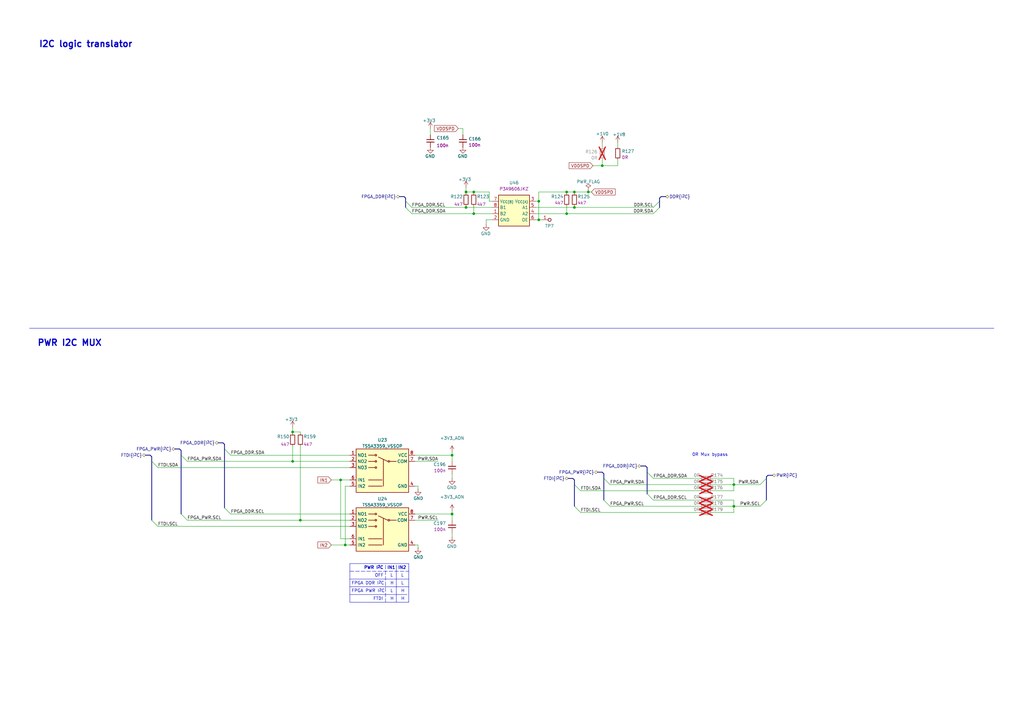
<source format=kicad_sch>
(kicad_sch (version 20230121) (generator eeschema)
  (paper "A3")
  (title_block (title "RDIMM DDR5 Tester") (date "2024-09-26") (rev "2.0.0") (comment 1 "www.antmicro.com") (comment 2 "Antmicro Ltd"))
  (junction (at 215.9 -38.1))
  (junction (at 194.31 78.74))
  (junction (at 129.54 -45.72))
  (junction (at 141.605 223.52))
  (junction (at 226.06 -45.72))
  (junction (at 220.98 82.55))
  (junction (at 226.06 -26.67))
  (junction (at 201.295 -45.72))
  (junction (at 163.83 -38.1))
  (junction (at 120.015 177.165))
  (junction (at 120.015 189.23))
  (junction (at 235.585 85.09))
  (junction (at 123.19 213.36))
  (junction (at 139.7 196.85))
  (junction (at 300.99 198.755))
  (junction (at 261.62 -21.59))
  (junction (at 185.42 186.69))
  (junction (at 191.135 85.09))
  (junction (at 189.23 -30.48))
  (junction (at 185.42 210.82))
  (junction (at 232.41 78.74))
  (junction (at 129.54 -26.67))
  (junction (at 241.3 78.74))
  (junction (at 137.16 -45.72))
  (junction (at 120.65 -38.1))
  (junction (at 300.99 207.645))
  (junction (at 233.68 -45.72))
  (junction (at 259.08 -40.64))
  (junction (at 191.135 78.74))
  (junction (at 220.98 90.17))
  (junction (at 233.68 -24.13))
  (junction (at 194.31 87.63))
  (junction (at 232.41 87.63))
  (junction (at 247.015 67.945))
  (junction (at 193.04 -45.72))
  (junction (at 193.04 -38.1))
  (junction (at 235.585 78.74))
  (junction (at 137.16 -24.13))
  (bus_entry (at 238.125 210.185) (size -2.54 -2.54))
  (bus_entry (at 64.77 215.9) (size -2.54 -2.54))
  (bus_entry (at 94.615 210.82) (size -2.54 -2.54))
  (bus_entry (at 168.91 85.09) (size -2.54 -2.54))
  (bus_entry (at 64.77 191.77) (size -2.54 -2.54))
  (bus_entry (at 267.97 85.09) (size 2.54 -2.54))
  (bus_entry (at 94.615 186.69) (size -2.54 -2.54))
  (bus_entry (at 311.785 198.755) (size 2.54 -2.54))
  (bus_entry (at 238.125 201.295) (size -2.54 -2.54))
  (bus_entry (at 168.91 87.63) (size -2.54 -2.54))
  (bus_entry (at 311.785 207.645) (size 2.54 -2.54))
  (bus_entry (at 76.835 189.23) (size -2.54 -2.54))
  (bus_entry (at 267.97 205.105) (size -2.54 -2.54))
  (bus_entry (at 95.25 -26.67) (size -2.54 -2.54))
  (bus_entry (at 95.25 -24.13) (size -2.54 -2.54))
  (bus_entry (at 267.97 87.63) (size 2.54 -2.54))
  (bus_entry (at 76.835 213.36) (size -2.54 -2.54))
  (bus_entry (at 250.19 207.645) (size -2.54 -2.54))
  (bus_entry (at 267.97 196.215) (size -2.54 -2.54))
  (bus_entry (at 250.19 198.755) (size -2.54 -2.54))
  (wire (pts (xy 185.42 186.69) (xy 170.18 186.69)))
  (wire (pts (xy 259.08 -29.21) (xy 262.89 -29.21)))
  (wire (pts (xy 120.015 189.23) (xy 143.51 189.23)))
  (wire (pts (xy 201.93 85.09) (xy 191.135 85.09)))
  (wire (pts (xy 137.16 -24.13) (xy 170.18 -24.13)))
  (wire (pts (xy 200.66 82.55) (xy 201.93 82.55)))
  (bus (pts (xy 61.595 186.69) (xy 62.23 187.325)))
  (wire (pts (xy 226.06 -36.83) (xy 226.06 -45.72)))
  (wire (pts (xy 220.98 82.55) (xy 220.98 90.17)))
  (wire (pts (xy 250.19 198.755) (xy 287.02 198.755)))
  (wire (pts (xy 129.54 -45.72) (xy 137.16 -45.72)))
  (bus (pts (xy 314.325 195.58) (xy 314.325 196.215)))
  (bus (pts (xy 235.585 198.755) (xy 235.585 207.645)))
  (wire (pts (xy 185.42 186.69) (xy 185.42 189.23)))
  (wire (pts (xy 199.39 90.17) (xy 201.93 90.17)))
  (wire (pts (xy 189.23 -30.48) (xy 187.96 -30.48)))
  (wire (pts (xy 300.99 207.645) (xy 300.99 210.185)))
  (wire (pts (xy 292.1 207.645) (xy 300.99 207.645)))
  (wire (pts (xy 226.06 -31.75) (xy 226.06 -26.67)))
  (bus (pts (xy 71.755 184.15) (xy 73.66 184.15)))
  (wire (pts (xy 139.7 220.98) (xy 143.51 220.98)))
  (polyline (pts (xy 143.51 234.315) (xy 167.64 234.315)) (stroke (width 0) (type dash)))
  (wire (pts (xy 94.615 210.82) (xy 143.51 210.82)))
  (wire (pts (xy 235.585 79.375) (xy 235.585 78.74)))
  (wire (pts (xy 267.97 205.105) (xy 287.02 205.105)))
  (wire (pts (xy 218.44 -45.72) (xy 226.06 -45.72)))
  (wire (pts (xy 187.96 -26.67) (xy 226.06 -26.67)))
  (polyline (pts (xy 12.065 134.62) (xy 407.67 134.62)))
  (bus (pts (xy 92.71 -30.48) (xy 92.71 -29.21)))
  (bus (pts (xy 273.05 80.645) (xy 271.145 80.645)))
  (polyline (pts (xy 143.51 231.14) (xy 167.64 231.14)))
  (wire (pts (xy 107.95 -45.72) (xy 113.03 -45.72)))
  (wire (pts (xy 250.19 207.645) (xy 287.02 207.645)))
  (wire (pts (xy 200.66 78.74) (xy 194.31 78.74)))
  (bus (pts (xy 92.075 184.15) (xy 92.075 208.28)))
  (wire (pts (xy 247.015 67.945) (xy 247.015 65.405)))
  (wire (pts (xy 235.585 85.09) (xy 267.97 85.09)))
  (bus (pts (xy 234.95 196.215) (xy 235.585 196.85)))
  (wire (pts (xy 163.83 -38.1) (xy 167.64 -38.1)))
  (wire (pts (xy 170.18 213.36) (xy 179.705 213.36)))
  (bus (pts (xy 62.23 187.325) (xy 62.23 189.23)))
  (wire (pts (xy 233.68 -45.72) (xy 226.06 -45.72)))
  (wire (pts (xy 220.98 78.74) (xy 232.41 78.74)))
  (wire (pts (xy 120.65 -36.83) (xy 120.65 -38.1)))
  (bus (pts (xy 247.015 193.675) (xy 247.65 194.31)))
  (wire (pts (xy 137.16 -36.83) (xy 137.16 -45.72)))
  (wire (pts (xy 187.96 -24.13) (xy 233.68 -24.13)))
  (wire (pts (xy 300.99 196.215) (xy 292.1 196.215)))
  (wire (pts (xy 176.53 52.705) (xy 176.53 55.245)))
  (bus (pts (xy 74.295 184.785) (xy 74.295 186.69)))
  (wire (pts (xy 300.99 198.755) (xy 300.99 196.215)))
  (wire (pts (xy 123.19 177.165) (xy 123.19 177.8)))
  (wire (pts (xy 170.18 199.39) (xy 171.45 199.39)))
  (wire (pts (xy 242.57 -45.72) (xy 242.57 -44.45)))
  (bus (pts (xy 74.295 186.69) (xy 74.295 210.82)))
  (wire (pts (xy 199.39 90.17) (xy 199.39 92.075)))
  (wire (pts (xy 191.135 85.09) (xy 191.135 84.455)))
  (wire (pts (xy 120.015 177.165) (xy 123.19 177.165)))
  (wire (pts (xy 253.365 58.42) (xy 253.365 60.325)))
  (wire (pts (xy 300.99 198.755) (xy 311.785 198.755)))
  (wire (pts (xy 146.05 -45.72) (xy 146.05 -44.45)))
  (bus (pts (xy 91.44 181.61) (xy 92.075 182.245)))
  (bus (pts (xy 247.65 196.215) (xy 247.65 205.105)))
  (wire (pts (xy 193.04 -53.975) (xy 193.04 -52.07)))
  (wire (pts (xy 201.295 -46.99) (xy 201.295 -45.72)))
  (wire (pts (xy 137.16 -45.72) (xy 146.05 -45.72)))
  (wire (pts (xy 120.015 177.8) (xy 120.015 177.165)))
  (wire (pts (xy 187.96 -20.32) (xy 189.23 -20.32)))
  (wire (pts (xy 232.41 84.455) (xy 232.41 87.63)))
  (wire (pts (xy 95.25 -24.13) (xy 137.16 -24.13)))
  (wire (pts (xy 76.835 213.36) (xy 123.19 213.36)))
  (wire (pts (xy 194.31 87.63) (xy 194.31 84.455)))
  (wire (pts (xy 241.3 78.105) (xy 241.3 78.74)))
  (wire (pts (xy 193.04 -46.99) (xy 193.04 -45.72)))
  (wire (pts (xy 167.64 -38.1) (xy 167.64 -30.48)))
  (polyline (pts (xy 167.64 247.015) (xy 143.51 247.015)))
  (wire (pts (xy 238.125 201.295) (xy 287.02 201.295)))
  (wire (pts (xy 185.42 210.82) (xy 170.18 210.82)))
  (wire (pts (xy 167.64 -20.32) (xy 167.64 -19.05)))
  (wire (pts (xy 247.015 67.945) (xy 253.365 67.945)))
  (bus (pts (xy 92.075 182.245) (xy 92.075 184.15)))
  (wire (pts (xy 95.25 -26.67) (xy 129.54 -26.67)))
  (wire (pts (xy 189.23 -20.32) (xy 189.23 -30.48)))
  (wire (pts (xy 139.7 196.85) (xy 139.7 220.98)))
  (wire (pts (xy 168.91 85.09) (xy 191.135 85.09)))
  (bus (pts (xy 235.585 196.85) (xy 235.585 198.755)))
  (wire (pts (xy 219.71 85.09) (xy 235.585 85.09)))
  (wire (pts (xy 232.41 79.375) (xy 232.41 78.74)))
  (bus (pts (xy 316.865 194.945) (xy 314.96 194.945)))
  (bus (pts (xy 265.43 193.675) (xy 265.43 202.565)))
  (wire (pts (xy 262.89 -21.59) (xy 261.62 -21.59)))
  (wire (pts (xy 194.31 87.63) (xy 201.93 87.63)))
  (bus (pts (xy 270.51 81.28) (xy 270.51 82.55)))
  (wire (pts (xy 171.45 223.52) (xy 171.45 224.79)))
  (wire (pts (xy 189.23 -30.48) (xy 189.23 -38.1)))
  (bus (pts (xy 90.17 -30.48) (xy 92.71 -30.48)))
  (wire (pts (xy 189.865 52.705) (xy 189.865 55.245)))
  (wire (pts (xy 193.04 -39.37) (xy 193.04 -38.1)))
  (wire (pts (xy 262.89 -31.75) (xy 261.62 -31.75)))
  (wire (pts (xy 226.06 -26.67) (xy 262.89 -26.67)))
  (bus (pts (xy 92.71 -29.21) (xy 92.71 -26.67)))
  (wire (pts (xy 215.9 -36.83) (xy 215.9 -38.1)))
  (wire (pts (xy 167.64 -20.32) (xy 170.18 -20.32)))
  (bus (pts (xy 62.23 189.23) (xy 62.23 213.36)))
  (wire (pts (xy 215.9 -38.1) (xy 215.9 -39.37)))
  (wire (pts (xy 123.19 182.88) (xy 123.19 213.36)))
  (bus (pts (xy 314.96 194.945) (xy 314.325 195.58)))
  (wire (pts (xy 120.015 175.26) (xy 120.015 177.165)))
  (wire (pts (xy 214.63 -38.1) (xy 215.9 -38.1)))
  (wire (pts (xy 201.295 -53.975) (xy 201.295 -52.07)))
  (wire (pts (xy 170.18 223.52) (xy 171.45 223.52)))
  (wire (pts (xy 219.71 82.55) (xy 220.98 82.55)))
  (polyline (pts (xy 162.56 231.775) (xy 162.56 247.015)))
  (wire (pts (xy 300.99 207.645) (xy 311.785 207.645)))
  (bus (pts (xy 89.535 181.61) (xy 91.44 181.61)))
  (wire (pts (xy 233.68 -31.75) (xy 233.68 -24.13)))
  (wire (pts (xy 76.835 189.23) (xy 120.015 189.23)))
  (wire (pts (xy 185.42 185.42) (xy 185.42 186.69)))
  (polyline (pts (xy 143.51 231.14) (xy 143.51 247.015)))
  (wire (pts (xy 300.99 201.295) (xy 292.1 201.295)))
  (wire (pts (xy 129.54 -31.75) (xy 129.54 -26.67)))
  (wire (pts (xy 261.62 -31.75) (xy 261.62 -21.59)))
  (wire (pts (xy 123.19 -45.72) (xy 129.54 -45.72)))
  (bus (pts (xy 270.51 82.55) (xy 270.51 85.09)))
  (wire (pts (xy 191.135 78.74) (xy 194.31 78.74)))
  (wire (pts (xy 201.295 -45.72) (xy 208.28 -45.72)))
  (polyline (pts (xy 167.64 231.14) (xy 167.64 247.015)))
  (wire (pts (xy 255.27 -40.64) (xy 259.08 -40.64)))
  (bus (pts (xy 166.37 81.28) (xy 166.37 82.55)))
  (wire (pts (xy 255.27 -39.37) (xy 255.27 -40.64)))
  (bus (pts (xy 165.735 80.645) (xy 166.37 81.28)))
  (wire (pts (xy 137.16 -31.75) (xy 137.16 -24.13)))
  (bus (pts (xy 59.69 186.69) (xy 61.595 186.69)))
  (wire (pts (xy 168.91 87.63) (xy 194.31 87.63)))
  (wire (pts (xy 232.41 87.63) (xy 267.97 87.63)))
  (wire (pts (xy 267.97 196.215) (xy 287.02 196.215)))
  (wire (pts (xy 193.04 -45.72) (xy 201.295 -45.72)))
  (wire (pts (xy 191.135 76.835) (xy 191.135 78.74)))
  (wire (pts (xy 233.68 -45.72) (xy 242.57 -45.72)))
  (bus (pts (xy 245.11 193.675) (xy 247.015 193.675)))
  (wire (pts (xy 185.42 209.55) (xy 185.42 210.82)))
  (bus (pts (xy 233.045 196.215) (xy 234.95 196.215)))
  (wire (pts (xy 194.31 78.74) (xy 194.31 79.375)))
  (wire (pts (xy 193.04 -38.1) (xy 193.04 -36.83)))
  (polyline (pts (xy 143.51 240.665) (xy 167.64 240.665)))
  (wire (pts (xy 238.125 210.185) (xy 287.02 210.185)))
  (wire (pts (xy 232.41 78.74) (xy 235.585 78.74)))
  (wire (pts (xy 185.42 210.82) (xy 185.42 213.36)))
  (wire (pts (xy 143.51 199.39) (xy 141.605 199.39)))
  (wire (pts (xy 185.42 218.44) (xy 185.42 220.345)))
  (wire (pts (xy 187.96 52.705) (xy 189.865 52.705)))
  (wire (pts (xy 129.54 -26.67) (xy 170.18 -26.67)))
  (wire (pts (xy 179.705 189.23) (xy 170.18 189.23)))
  (wire (pts (xy 185.42 194.31) (xy 185.42 196.215)))
  (wire (pts (xy 193.04 -45.72) (xy 193.04 -44.45)))
  (wire (pts (xy 259.08 -41.91) (xy 259.08 -40.64)))
  (wire (pts (xy 141.605 199.39) (xy 141.605 223.52)))
  (bus (pts (xy 247.65 194.31) (xy 247.65 196.215)))
  (wire (pts (xy 300.99 210.185) (xy 292.1 210.185)))
  (wire (pts (xy 167.64 -30.48) (xy 170.18 -30.48)))
  (wire (pts (xy 163.83 -39.37) (xy 163.83 -38.1)))
  (wire (pts (xy 94.615 186.69) (xy 143.51 186.69)))
  (wire (pts (xy 120.65 -38.1) (xy 120.65 -39.37)))
  (wire (pts (xy 191.135 79.375) (xy 191.135 78.74)))
  (wire (pts (xy 171.45 199.39) (xy 171.45 200.66)))
  (wire (pts (xy 135.89 223.52) (xy 141.605 223.52)))
  (wire (pts (xy 222.25 90.17) (xy 220.98 90.17)))
  (wire (pts (xy 259.08 -40.64) (xy 259.08 -29.21)))
  (wire (pts (xy 233.68 -36.83) (xy 233.68 -45.72)))
  (bus (pts (xy 265.43 191.77) (xy 265.43 193.675)))
  (wire (pts (xy 241.3 78.74) (xy 242.57 78.74)))
  (bus (pts (xy 73.66 184.15) (xy 74.295 184.785)))
  (wire (pts (xy 123.19 213.36) (xy 143.51 213.36)))
  (wire (pts (xy 261.62 -21.59) (xy 261.62 -20.32)))
  (wire (pts (xy 129.54 -36.83) (xy 129.54 -45.72)))
  (bus (pts (xy 166.37 82.55) (xy 166.37 85.09)))
  (wire (pts (xy 292.1 198.755) (xy 300.99 198.755)))
  (wire (pts (xy 219.71 87.63) (xy 232.41 87.63)))
  (wire (pts (xy 107.95 -49.53) (xy 107.95 -45.72)))
  (wire (pts (xy 141.605 223.52) (xy 143.51 223.52)))
  (wire (pts (xy 64.77 191.77) (xy 143.51 191.77)))
  (wire (pts (xy 200.66 78.74) (xy 200.66 82.55)))
  (polyline (pts (xy 158.115 231.775) (xy 158.115 247.015)) (stroke (width 0) (type dash)))
  (bus (pts (xy 271.145 80.645) (xy 270.51 81.28)))
  (wire (pts (xy 189.23 -38.1) (xy 193.04 -38.1)))
  (wire (pts (xy 120.015 182.88) (xy 120.015 189.23)))
  (bus (pts (xy 314.325 196.215) (xy 314.325 205.105)))
  (wire (pts (xy 247.015 58.42) (xy 247.015 60.325)))
  (wire (pts (xy 220.98 82.55) (xy 220.98 78.74)))
  (wire (pts (xy 300.99 198.755) (xy 300.99 201.295)))
  (wire (pts (xy 300.99 205.105) (xy 292.1 205.105)))
  (wire (pts (xy 300.99 205.105) (xy 300.99 207.645)))
  (polyline (pts (xy 143.51 237.49) (xy 167.64 237.49)))
  (wire (pts (xy 235.585 84.455) (xy 235.585 85.09)))
  (polyline (pts (xy 143.51 243.84) (xy 167.005 243.84)))
  (wire (pts (xy 253.365 67.945) (xy 253.365 65.405)))
  (wire (pts (xy 243.205 67.945) (xy 247.015 67.945)))
  (wire (pts (xy 163.83 -38.1) (xy 163.83 -36.83)))
  (wire (pts (xy 220.98 90.17) (xy 219.71 90.17)))
  (wire (pts (xy 235.585 78.74) (xy 241.3 78.74)))
  (bus (pts (xy 262.89 191.135) (xy 264.795 191.135)))
  (wire (pts (xy 64.77 215.9) (xy 143.51 215.9)))
  (wire (pts (xy 233.68 -24.13) (xy 262.89 -24.13)))
  (bus (pts (xy 264.795 191.135) (xy 265.43 191.77)))
  (bus (pts (xy 163.83 80.645) (xy 165.735 80.645)))
  (wire (pts (xy 115.57 -38.1) (xy 120.65 -38.1)))
  (wire (pts (xy 135.89 196.85) (xy 139.7 196.85)))
  (wire (pts (xy 143.51 196.85) (xy 139.7 196.85)))
  (text "L" (at 164.465 240.03 0) (effects (font (size 1.27 1.27)) (justify left bottom)))
  (text "PWR I2C MUX" (at 15.24 142.24 0) (effects (font (size 2.54 2.54) (thickness 0.4978) bold) (justify left bottom)))
  (text "L" (at 160.02 243.205 0) (effects (font (size 1.27 1.27)) (justify left bottom)))
  (text "FTDI" (at 153.035 246.38 0) (effects (font (size 1.27 1.27)) (justify left bottom)))
  (text "H" (at 164.465 243.205 0) (effects (font (size 1.27 1.27)) (justify left bottom)))
  (text "H" (at 160.02 246.38 0) (effects (font (size 1.27 1.27)) (justify left bottom)))
  (text "OFF" (at 153.67 236.855 0) (effects (font (size 1.27 1.27)) (justify left bottom)))
  (text "PWR I^{2}C" (at 149.225 233.68 0) (effects (font (size 1.27 1.27) (thickness 0.254) bold) (justify left bottom)))
  (text "I2C logic translator" (at 15.875 19.685 0) (effects (font (size 2.54 2.54) (thickness 0.4978) bold) (justify left bottom)))
  (text "H" (at 164.465 246.38 0) (effects (font (size 1.27 1.27)) (justify left bottom)))
  (text "0R Mux bypass" (at 283.845 187.325 0) (effects (font (size 1.27 1.27)) (justify left bottom)))
  (text "H" (at 160.02 240.03 0) (effects (font (size 1.27 1.27)) (justify left bottom)))
  (text "IN2" (at 163.195 233.68 0) (effects (font (size 1.27 1.27) (thickness 0.254) bold) (justify left bottom)))
  (text "L" (at 160.02 236.855 0) (effects (font (size 1.27 1.27)) (justify left bottom)))
  (text "IN1" (at 158.75 233.68 0) (effects (font (size 1.27 1.27) (thickness 0.254) bold) (justify left bottom)))
  (text "L" (at 164.465 236.855 0) (effects (font (size 1.27 1.27)) (justify left bottom)))
  (text "FPGA PWR I^{2}C" (at 144.145 243.205 0) (effects (font (size 1.27 1.27)) (justify left bottom)))
  (text "I3C connector" (at 265.43 -15.24 0) (effects (font (size 1.27 1.27)) (justify left bottom)))
  (text "FPGA DDR I^{2}C" (at 144.145 240.03 0) (effects (font (size 1.27 1.27)) (justify left bottom)))
  (label "FPGA_DDR.SCL" (at 168.91 85.09 0))
  (label "PWR.SCL" (at 179.705 213.36 180))
  (label "FPGA_DDR.SCL" (at 267.97 205.105 0))
  (label "FTDI.SDA" (at 64.77 191.77 0))
  (label "DDR.SDA" (at 267.97 87.63 180))
  (label "I3C_EXT.SDA" (at 255.27 -26.67 180))
  (label "PWR.SDA" (at 179.705 189.23 180))
  (label "PWR.SDA" (at 311.15 198.755 180))
  (label "FPGA_DDR.SDA" (at 267.97 196.215 0))
  (label "FPGA_I3C.SDA" (at 95.25 -26.67 0))
  (label "FTDI.SCL" (at 238.125 210.185 0))
  (label "DDR.SCL" (at 267.97 85.09 180))
  (label "FPGA_DDR.SDA" (at 168.91 87.63 0))
  (label "FPGA_I3C.SCL" (at 95.25 -24.13 0))
  (label "FPGA_PWR.SDA" (at 76.835 189.23 0))
  (label "FTDI.SCL" (at 64.77 215.9 0))
  (label "FPGA_PWR.SCL" (at 250.19 207.645 0))
  (label "FPGA_PWR.SCL" (at 76.835 213.36 0))
  (label "FPGA_PWR.SDA" (at 250.19 198.755 0))
  (label "FTDI.SDA" (at 238.125 201.295 0))
  (label "PWR.SCL" (at 311.785 207.645 180))
  (label "FPGA_DDR.SCL" (at 94.615 210.82 0))
  (label "I3C_EXT.SCL" (at 255.27 -24.13 180))
  (label "FPGA_DDR.SDA" (at 94.615 186.69 0))
  (global_label "IN1" (shape input) (at 135.89 196.85 180) (property "Intersheetrefs" "${INTERSHEET_REFS}" (at 130.421 196.9294 0) (effects (justify right))))
  (global_label "~{I3C_EXT_PU}" (shape input) (at 214.63 -38.1 180) (property "Intersheetrefs" "${INTERSHEET_REFS}" (at 201.3529 -38.1 0) (effects (justify right))))
  (global_label "VDDSPD" (shape input) (at 187.96 52.705 180) (property "Intersheetrefs" "${INTERSHEET_REFS}" (at -47.625 448.31 0)))
  (global_label "VDDSPD" (shape input) (at 242.57 78.74 0) (property "Intersheetrefs" "${INTERSHEET_REFS}" (at -137.795 -149.225 0)))
  (global_label "VDDSPD" (shape input) (at 243.205 67.945 180) (property "Intersheetrefs" "${INTERSHEET_REFS}" (at 623.57 -160.02 0) (effects (justify left))))
  (global_label "IN2" (shape input) (at 135.89 223.52 180) (property "Intersheetrefs" "${INTERSHEET_REFS}" (at 130.421 223.5994 0) (effects (justify right))))
  (global_label "~{FPGA_I3C_EXT_PU}" (shape input) (at 115.57 -38.1 180) (property "Intersheetrefs" "${INTERSHEET_REFS}" (at 96.6081 -38.1 0) (effects (justify right))))
  (hierarchical_label "FPGA_DDR{I^{2}C}" (shape bidirectional) (at 163.83 80.645 180))
  (hierarchical_label "PWR{I^{2}C}" (shape bidirectional) (at 316.865 194.945 0))
  (hierarchical_label "DDR{I^{2}C}" (shape bidirectional) (at 273.05 80.645 0))
  (hierarchical_label "FTDI{I^{2}C}" (shape bidirectional) (at 233.045 196.215 180))
  (hierarchical_label "FPGA_DDR{I^{2}C}" (shape bidirectional) (at 89.535 181.61 180))
  (hierarchical_label "FPGA_PWR{I^{2}C}" (shape bidirectional) (at 71.755 184.15 180))
  (hierarchical_label "FTDI{I^{2}C}" (shape bidirectional) (at 59.69 186.69 180))
  (hierarchical_label "FPGA_DDR{I^{2}C}" (shape bidirectional) (at 262.89 191.135 180))
  (hierarchical_label "FPGA_PWR{I^{2}C}" (shape bidirectional) (at 245.11 193.675 180))
  (hierarchical_label "FPGA_I3C{I^{2}C}" (shape bidirectional) (at 90.17 -30.48 180))
  (symbol (lib_id "antmicroResistors0402:R_4k7_0402") (at 235.585 79.375 270) (unit 1)
    (property "Reference" "R125" (at 236.855 80.645 90) (effects (justify left)))
    (property "Value" "R_4k7_0402" (effects hide))
    (property "Footprint" "antmicro-footprints:R_0402_1005Metric" (effects hide))
    (property "Datasheet" "https://www.bourns.com/docs/product-datasheets/cr.pdf" (effects hide))
    (property "Manufacturer" "Bourns" (effects hide))
    (property "MPN" "CR0402-FX-4701GLF" (effects hide))
    (property "Val" "4k7" (at 236.855 83.185 90) (effects (justify left)))
    (property "License" "Apache-2.0" (effects hide))
    (property "Author" "Antmicro" (effects hide))
    (property "Tolerance" "1%" (effects hide))
  )
  (symbol (lib_id "antmicroTestPoints:TP_1mm_SMD") (at 222.25 90.17 0) (unit 1)
    (property "Reference" "TP7" (at 223.52 92.71 0) (effects (justify left)))
    (property "Value" "TP_1mm_SMD" (effects hide))
    (property "Footprint" "antmicro-footprints:TP_SMD_1mm" (effects hide))
    (property "Author" "Antmicro" (effects hide))
    (property "License" "Apache-2.0" (effects hide))
  )
  (symbol (lib_id "antmicroCapacitors0402:C_100n_0402") (at 189.865 55.245 90) (mirror x) (unit 1)
    (property "Reference" "C166" (at 192.1891 56.9607 90) (effects (justify right)))
    (property "Value" "C_100n_0402" (effects hide))
    (property "Footprint" "antmicro-footprints:C_0402_1005Metric" (effects hide))
    (property "Datasheet" "https://www.murata.com/products/productdetail?partno=GRM155R61H104KE14%23" (effects hide))
    (property "Manufacturer" "Murata" (effects hide))
    (property "MPN" "GRM155R61H104KE14D" (effects hide))
    (property "Val" "100n" (at 192.1891 59.491 90) (effects (justify right)))
    (property "License" "Apache-2.0" (effects hide))
    (property "Author" "Antmicro" (effects hide))
    (property "Voltage" "50V" (effects hide))
    (property "Dielectric" "X5R" (effects hide))
  )
  (symbol (lib_id "antmicroResistors0402:R_4k7_0402") (at 226.06 -31.75 90) (unit 1)
    (property "Reference" "R241" (at 227.33 -35.56 90) (effects (justify right)))
    (property "Value" "R_4k7_0402" (effects hide))
    (property "Footprint" "antmicro-footprints:R_0402_1005Metric" (effects hide))
    (property "Datasheet" "https://www.bourns.com/docs/product-datasheets/cr.pdf" (effects hide))
    (property "MPN" "CR0402-FX-4701GLF" (effects hide))
    (property "Manufacturer" "Bourns" (effects hide))
    (property "License" "Apache-2.0" (effects hide))
    (property "Author" "Antmicro" (effects hide))
    (property "Val" "4k7" (at 227.33 -33.02 90) (effects (justify right)))
    (property "Tolerance" "1%" (effects hide))
  )
  (symbol (lib_id "antmicroResistors0402:R_0R_0402") (at 292.1 207.645 180) (unit 1) (in_bom no) (dnp yes)
    (property "Reference" "R178" (at 291.465 206.375 0) (effects (justify right)))
    (property "Value" "R_0R_0402" (effects hide))
    (property "Footprint" "antmicro-footprints:R_0402_1005Metric" (effects hide))
    (property "Datasheet" "https://industrial.panasonic.com/cdbs/www-data/pdf/RDA0000/AOA0000C301.pdf" (effects hide))
    (property "Manufacturer" "Panasonic" (effects hide))
    (property "MPN" "ERJ2GE0R00X" (effects hide))
    (property "Val" "0R" (at 284.48 206.375 0) (effects (justify right)))
    (property "DNP" "DNP" (at 287.655 207.645 0) (effects (justify right)))
    (property "License" "Apache-2.0" (effects hide))
    (property "Author" "Antmicro" (effects hide))
    (property "Current" "1A" (effects hide))
  )
  (symbol (lib_id "antmicropower:+3V3") (at 201.295 -53.975 0) (unit 1)
    (property "Reference" "#PWR0491" (effects hide))
    (property "Value" "+3V3" (at 201.295 -57.785 0))
    (property "Author" "Antmicro" (effects hide))
    (property "License" "Apache-2.0" (effects hide))
  )
  (symbol (lib_id "antmicroLogicTranslatorsLevelShifters:TCA39306_VSSOP") (at 170.18 -30.48 0) (unit 1)
    (property "Reference" "U49" (at 179.07 -36.83 0))
    (property "Value" "TCA39306_VSSOP" (effects hide))
    (property "Footprint" "antmicro-footprints:VSSOP-8_2.3x2mm_P0.5mm" (effects hide))
    (property "Datasheet" "https://www.ti.com/lit/ds/symlink/tca39306.pdf?ts=1630428611843&ref_url=https%253A%252F%252Fwww.ti.com%252Fproduct%252FTCA39306" (effects hide))
    (property "MPN" "TCA39306DCUR" (at 179.07 -34.29 0))
    (property "Manufacturer" "Texas Instruments" (effects hide))
    (property "Author" "Antmicro" (effects hide))
    (property "License" "Apache-2.0" (effects hide))
  )
  (symbol (lib_id "antmicroResistors0402:R_4k7_0402") (at 120.015 177.8 270) (unit 1)
    (property "Reference" "R150" (at 118.745 179.07 90) (effects (justify right)))
    (property "Value" "R_4k7_0402" (effects hide))
    (property "Footprint" "antmicro-footprints:R_0402_1005Metric" (effects hide))
    (property "Datasheet" "https://www.bourns.com/docs/product-datasheets/cr.pdf" (effects hide))
    (property "Manufacturer" "Bourns" (effects hide))
    (property "MPN" "CR0402-FX-4701GLF" (effects hide))
    (property "Val" "4k7" (at 118.745 182.245 90) (effects (justify right)))
    (property "License" "Apache-2.0" (effects hide))
    (property "Author" "Antmicro" (effects hide))
    (property "Tolerance" "1%" (effects hide))
  )
  (symbol (lib_id "antmicroResistors0402:R_4k7_0402") (at 232.41 79.375 270) (unit 1)
    (property "Reference" "R124" (at 231.14 80.645 90) (effects (justify right)))
    (property "Value" "R_4k7_0402" (effects hide))
    (property "Footprint" "antmicro-footprints:R_0402_1005Metric" (effects hide))
    (property "Datasheet" "https://www.bourns.com/docs/product-datasheets/cr.pdf" (effects hide))
    (property "Manufacturer" "Bourns" (effects hide))
    (property "MPN" "CR0402-FX-4701GLF" (effects hide))
    (property "Val" "4k7" (at 231.14 83.185 90) (effects (justify right)))
    (property "License" "Apache-2.0" (effects hide))
    (property "Author" "Antmicro" (effects hide))
    (property "Tolerance" "1%" (effects hide))
  )
  (symbol (lib_id "antmicroResistors0402:R_0R_0402") (at 292.1 201.295 180) (unit 1) (in_bom no) (dnp yes)
    (property "Reference" "R176" (at 291.465 200.025 0) (effects (justify right)))
    (property "Value" "R_0R_0402" (effects hide))
    (property "Footprint" "antmicro-footprints:R_0402_1005Metric" (effects hide))
    (property "Datasheet" "https://industrial.panasonic.com/cdbs/www-data/pdf/RDA0000/AOA0000C301.pdf" (effects hide))
    (property "Manufacturer" "Panasonic" (effects hide))
    (property "MPN" "ERJ2GE0R00X" (effects hide))
    (property "Val" "0R" (at 284.48 200.025 0) (effects (justify right)))
    (property "DNP" "DNP" (at 287.655 201.295 0) (effects (justify right)))
    (property "License" "Apache-2.0" (effects hide))
    (property "Author" "Antmicro" (effects hide))
    (property "Current" "1A" (effects hide))
  )
  (symbol (lib_id "antmicropower:+3V3_AON") (at 185.42 185.42 0) (mirror y) (unit 1)
    (property "Reference" "#PWR0441" (effects hide))
    (property "Value" "+3V3_AON" (at 185.42 179.705 0))
  )
  (symbol (lib_id "antmicropower:GND") (at 185.42 196.215 0) (mirror y) (unit 1)
    (property "Reference" "#PWR0437" (effects hide))
    (property "Value" "GND" (at 187.325 200.66 0) (effects (justify left bottom)))
    (property "Author" "Antmicro" (effects hide))
    (property "License" "Apache-2.0" (effects hide))
  )
  (symbol (lib_id "antmicroTransistorsFETsMOSFETsSingle:NX3008NBKW") (at 215.9 -39.37 90) (unit 1) (in_bom no)
    (property "Reference" "Q24" (effects hide))
    (property "Value" "NX3008NBKW" (effects hide))
    (property "Footprint" "antmicro-footprints:SOT-323" (effects hide))
    (property "Datasheet" "https://eu.mouser.com/datasheet/2/916/NX3008NBKW-2938019.pdf" (effects hide))
    (property "MPN" "NX3008NBKW,115" (effects hide))
    (property "Manufacturer" "Nexperia" (effects hide))
    (property "Author" "Antmicro" (effects hide))
    (property "License" "Apache-2.0" (effects hide))
  )
  (symbol (lib_id "antmicroCapacitors0402:C_100n_0402") (at 242.57 -39.37 270) (mirror x) (unit 1)
    (property "Reference" "C324" (at 245.11 -43.1864 90) (effects (justify left)))
    (property "Value" "C_100n_0402" (effects hide))
    (property "Footprint" "antmicro-footprints:C_0402_1005Metric" (effects hide))
    (property "Datasheet" "https://www.murata.com/products/productdetail?partno=GRM155R61H104KE14%23" (effects hide))
    (property "MPN" "GRM155R61H104KE14D" (effects hide))
    (property "Manufacturer" "Murata" (effects hide))
    (property "License" "Apache-2.0" (effects hide))
    (property "Author" "Antmicro" (effects hide))
    (property "Val" "100n" (at 245.11 -40.6464 90) (effects (justify left)))
    (property "Voltage" "50V" (effects hide))
    (property "Dielectric" "X5R" (effects hide))
  )
  (symbol (lib_id "antmicroCapacitors0402:C_100n_0402") (at 163.83 -36.83 270) (unit 1)
    (property "Reference" "C320" (at 161.29 -35.5537 90) (effects (justify right)))
    (property "Value" "C_100n_0402" (effects hide))
    (property "Footprint" "antmicro-footprints:C_0402_1005Metric" (effects hide))
    (property "Datasheet" "https://www.murata.com/products/productdetail?partno=GRM155R61H104KE14%23" (effects hide))
    (property "Manufacturer" "Murata" (effects hide))
    (property "MPN" "GRM155R61H104KE14D" (effects hide))
    (property "Val" "100n" (at 161.29 -32.3788 90) (effects (justify right)))
    (property "License" "Apache-2.0" (effects hide))
    (property "Author" "Antmicro" (effects hide))
    (property "Voltage" "50V" (effects hide))
    (property "Dielectric" "X5R" (effects hide))
  )
  (symbol (lib_id "antmicropower:+3V3") (at 120.015 175.26 0) (unit 1)
    (property "Reference" "#PWR0442" (effects hide))
    (property "Value" "+3V3" (at 116.84 172.72 0) (effects (justify left bottom)))
    (property "Author" "Antmicro" (effects hide))
    (property "License" "Apache-2.0" (effects hide))
  )
  (symbol (lib_id "antmicroResistors0402:R_4k7_0402") (at 129.54 -31.75 90) (unit 1)
    (property "Reference" "R97" (at 130.81 -35.56 90) (effects (justify right)))
    (property "Value" "R_4k7_0402" (effects hide))
    (property "Footprint" "antmicro-footprints:R_0402_1005Metric" (effects hide))
    (property "Datasheet" "https://www.bourns.com/docs/product-datasheets/cr.pdf" (effects hide))
    (property "MPN" "CR0402-FX-4701GLF" (effects hide))
    (property "Manufacturer" "Bourns" (effects hide))
    (property "License" "Apache-2.0" (effects hide))
    (property "Author" "Antmicro" (effects hide))
    (property "Val" "4k7" (at 130.81 -33.02 90) (effects (justify right)))
    (property "Tolerance" "1%" (effects hide))
  )
  (symbol (lib_id "antmicroCapacitors0402:C_100n_0402") (at 185.42 218.44 270) (mirror x) (unit 1)
    (property "Reference" "C197" (at 182.88 214.6235 90) (effects (justify right)))
    (property "Value" "C_100n_0402" (effects hide))
    (property "Footprint" "antmicro-footprints:C_0402_1005Metric" (effects hide))
    (property "Datasheet" "https://www.murata.com/products/productdetail?partno=GRM155R61H104KE14%23" (effects hide))
    (property "Manufacturer" "Murata" (effects hide))
    (property "MPN" "GRM155R61H104KE14D" (effects hide))
    (property "Val" "100n" (at 182.88 217.1635 90) (effects (justify right)))
    (property "License" "Apache-2.0" (effects hide))
    (property "Author" "Antmicro" (effects hide))
    (property "Voltage" "50V" (effects hide))
    (property "Dielectric" "X5R" (effects hide))
  )
  (symbol (lib_id "antmicroResistors0402:R_0R_0402") (at 201.295 -46.99 270) (mirror x) (unit 1) (in_bom no) (dnp yes)
    (property "Reference" "R96" (at 202.946 -50.3606 90) (effects (justify left)))
    (property "Value" "R_0R_0402" (effects hide))
    (property "Footprint" "antmicro-footprints:R_0402_1005Metric" (effects hide))
    (property "Datasheet" "https://industrial.panasonic.com/cdbs/www-data/pdf/RDA0000/AOA0000C301.pdf" (effects hide))
    (property "MPN" "ERJ2GE0R00X" (effects hide))
    (property "Manufacturer" "Panasonic" (effects hide))
    (property "License" "Apache-2.0" (effects hide))
    (property "Author" "Antmicro" (effects hide))
    (property "Val" "0R" (at 202.946 -47.8369 90) (effects (justify left)))
    (property "Current" "1A" (effects hide))
  )
  (symbol (lib_id "antmicroResistors0402:R_47k_0402") (at 215.9 -31.75 90) (unit 1)
    (property "Reference" "R232" (at 218.44 -35.56 90) (effects (justify right)))
    (property "Value" "R_47k_0402" (effects hide))
    (property "Footprint" "antmicro-footprints:R_0402_1005Metric" (effects hide))
    (property "Datasheet" "https://www.bourns.com/docs/product-datasheets/cr.pdf" (effects hide))
    (property "MPN" "CR0402-FX-4702GLF" (effects hide))
    (property "Manufacturer" "Bourns" (effects hide))
    (property "License" "Apache-2.0" (effects hide))
    (property "Author" "Antmicro" (effects hide))
    (property "Val" "47k" (at 218.44 -33.02 90) (effects (justify right)))
    (property "Tolerance" "1%" (effects hide))
  )
  (symbol (lib_id "antmicroResistors0402:R_0R_0402") (at 253.365 65.405 270) (mirror x) (unit 1)
    (property "Reference" "R127" (at 255.016 62.0344 90) (effects (justify left)))
    (property "Value" "R_0R_0402" (effects hide))
    (property "Footprint" "antmicro-footprints:R_0402_1005Metric" (effects hide))
    (property "Datasheet" "https://industrial.panasonic.com/cdbs/www-data/pdf/RDA0000/AOA0000C301.pdf" (effects hide))
    (property "MPN" "ERJ2GE0R00X" (effects hide))
    (property "Manufacturer" "Panasonic" (effects hide))
    (property "License" "Apache-2.0" (effects hide))
    (property "Author" "Antmicro" (effects hide))
    (property "Val" "0R" (at 255.016 64.5581 90) (effects (justify left)))
    (property "Current" "1A" (effects hide))
  )
  (symbol (lib_id "antmicroLogicTranslatorsLevelShifters:P3A9606JK") (at 219.71 82.55 0) (mirror y) (unit 1)
    (property "Reference" "U46" (at 210.82 74.93 0))
    (property "Value" "P3A9606JKZ" (effects hide))
    (property "Footprint" "antmicro-footprints:X2SON8_1.4x1x0.32mm_P0.35mm" (effects hide))
    (property "Datasheet" "https://www.nxp.com/docs/en/data-sheet/P3A9606JK.pdf" (effects hide))
    (property "MPN" "P3A9606JKZ" (at 210.82 77.47 0))
    (property "Manufacturer" "NXP" (effects hide))
    (property "Author" "Antmicro" (effects hide))
    (property "License" "Apache-2.0" (effects hide))
  )
  (symbol (lib_id "antmicroResistors0402:R_4k7_0402") (at 137.16 -31.75 90) (unit 1)
    (property "Reference" "R231" (at 138.43 -35.56 90) (effects (justify right)))
    (property "Value" "R_4k7_0402" (effects hide))
    (property "Footprint" "antmicro-footprints:R_0402_1005Metric" (effects hide))
    (property "Datasheet" "https://www.bourns.com/docs/product-datasheets/cr.pdf" (effects hide))
    (property "MPN" "CR0402-FX-4701GLF" (effects hide))
    (property "Manufacturer" "Bourns" (effects hide))
    (property "License" "Apache-2.0" (effects hide))
    (property "Author" "Antmicro" (effects hide))
    (property "Val" "4k7" (at 138.43 -33.02 90) (effects (justify right)))
    (property "Tolerance" "1%" (effects hide))
  )
  (symbol (lib_id "antmicroResistors0402:R_0R_0402") (at 292.1 196.215 180) (unit 1) (in_bom no) (dnp yes)
    (property "Reference" "R174" (at 291.465 194.945 0) (effects (justify right)))
    (property "Value" "R_0R_0402" (effects hide))
    (property "Footprint" "antmicro-footprints:R_0402_1005Metric" (effects hide))
    (property "Datasheet" "https://industrial.panasonic.com/cdbs/www-data/pdf/RDA0000/AOA0000C301.pdf" (effects hide))
    (property "Manufacturer" "Panasonic" (effects hide))
    (property "MPN" "ERJ2GE0R00X" (effects hide))
    (property "Val" "0R" (at 284.48 194.945 0) (effects (justify right)))
    (property "DNP" "DNP" (at 287.655 196.215 0) (effects (justify right)))
    (property "License" "Apache-2.0" (effects hide))
    (property "Author" "Antmicro" (effects hide))
    (property "Current" "1A" (effects hide))
  )
  (symbol (lib_id "antmicropower:GND") (at 171.45 200.66 0) (unit 1)
    (property "Reference" "#PWR0436" (effects hide))
    (property "Value" "GND" (at 169.545 205.105 0) (effects (justify left bottom)))
    (property "Author" "Antmicro" (effects hide))
    (property "License" "Apache-2.0" (effects hide))
  )
  (symbol (lib_id "antmicropower:GND") (at 261.62 -20.32 0) (mirror y) (unit 1)
    (property "Reference" "#PWR0530" (effects hide))
    (property "Value" "GND" (at 263.525 -15.875 0) (effects (justify left bottom)))
    (property "Author" "Antmicro" (effects hide))
    (property "License" "Apache-2.0" (effects hide))
  )
  (symbol (lib_id "antmicropower:GND") (at 163.83 -31.75 0) (unit 1)
    (property "Reference" "#PWR0515" (effects hide))
    (property "Value" "GND" (at 161.925 -27.305 0) (effects (justify left bottom)))
    (property "Author" "Antmicro" (effects hide))
    (property "License" "Apache-2.0" (effects hide))
  )
  (symbol (lib_id "antmicroCapacitors0402:C_100n_0402") (at 193.04 -36.83 90) (mirror x) (unit 1)
    (property "Reference" "C322" (at 195.3641 -35.1143 90) (effects (justify right)))
    (property "Value" "C_100n_0402" (effects hide))
    (property "Footprint" "antmicro-footprints:C_0402_1005Metric" (effects hide))
    (property "Datasheet" "https://www.murata.com/products/productdetail?partno=GRM155R61H104KE14%23" (effects hide))
    (property "Manufacturer" "Murata" (effects hide))
    (property "MPN" "GRM155R61H104KE14D" (effects hide))
    (property "Val" "100n" (at 195.3641 -32.584 90) (effects (justify right)))
    (property "License" "Apache-2.0" (effects hide))
    (property "Author" "Antmicro" (effects hide))
    (property "Voltage" "50V" (effects hide))
    (property "Dielectric" "X5R" (effects hide))
  )
  (symbol (lib_id "antmicropower:+3V3") (at 176.53 52.705 0) (unit 1)
    (property "Reference" "#PWR0267" (effects hide))
    (property "Value" "+3V3" (at 173.355 50.165 0) (effects (justify left bottom)))
    (property "Author" "Antmicro" (effects hide))
    (property "License" "Apache-2.0" (effects hide))
  )
  (symbol (lib_id "antmicroTransistorsFETsMOSFETsSingle:NX3008NBKW") (at 120.65 -39.37 90) (unit 1) (in_bom no)
    (property "Reference" "Q22" (at 118.11 -52.07 90))
    (property "Value" "NX3008NBKW" (effects hide))
    (property "Footprint" "antmicro-footprints:SOT-323" (effects hide))
    (property "Datasheet" "https://eu.mouser.com/datasheet/2/916/NX3008NBKW-2938019.pdf" (effects hide))
    (property "MPN" "NX3008NBKW,115" (at 118.11 -49.53 90))
    (property "Manufacturer" "Nexperia" (effects hide))
    (property "Author" "Antmicro" (effects hide))
    (property "License" "Apache-2.0" (effects hide))
  )
  (symbol (lib_id "antmicropower:GND") (at 193.04 -31.75 0) (unit 1)
    (property "Reference" "#PWR0522" (effects hide))
    (property "Value" "GND" (at 191.135 -27.305 0) (effects (justify left bottom)))
    (property "Author" "Antmicro" (effects hide))
    (property "License" "Apache-2.0" (effects hide))
  )
  (symbol (lib_id "antmicropower:GND") (at 189.865 60.325 0) (mirror y) (unit 1)
    (property "Reference" "#PWR0269" (effects hide))
    (property "Value" "GND" (at 191.77 64.77 0) (effects (justify left bottom)))
    (property "Author" "Antmicro" (effects hide))
    (property "License" "Apache-2.0" (effects hide))
  )
  (symbol (lib_id "antmicroInterfaceAnalogSwitchesMultiplexersDemultiplexers:TS5A3359_VSSOP") (at 143.51 210.82 0) (unit 1)
    (property "Reference" "U24" (at 156.845 204.595 0))
    (property "Value" "TS5A3359_VSSOP" (at 156.845 207.1187 0))
    (property "Footprint" "antmicro-footprints:VSSOP-8_2.3x2mm_P0.5mm" (effects hide))
    (property "Datasheet" "https://www.ti.com/general/docs/suppproductinfo.tsp?distId=26&gotoUrl=http%3A%2F%2Fwww.ti.com%2Flit%2Fgpn%2Fts5a3359" (effects hide))
    (property "MPN" "TS5A3359DCUR" (effects hide))
    (property "Manufacturer" "Texas Instruments" (effects hide))
    (property "Author" "Antmicro" (effects hide))
    (property "License" "Apache-2.0" (effects hide))
  )
  (symbol (lib_id "antmicroResistors0402:R_0R_0402") (at 292.1 198.755 180) (unit 1) (in_bom no) (dnp yes)
    (property "Reference" "R175" (at 291.465 197.485 0) (effects (justify right)))
    (property "Value" "R_0R_0402" (effects hide))
    (property "Footprint" "antmicro-footprints:R_0402_1005Metric" (effects hide))
    (property "Datasheet" "https://industrial.panasonic.com/cdbs/www-data/pdf/RDA0000/AOA0000C301.pdf" (effects hide))
    (property "Manufacturer" "Panasonic" (effects hide))
    (property "MPN" "ERJ2GE0R00X" (effects hide))
    (property "Val" "0R" (at 284.48 197.485 0) (effects (justify right)))
    (property "DNP" "DNP" (at 287.655 198.755 0) (effects (justify right)))
    (property "License" "Apache-2.0" (effects hide))
    (property "Author" "Antmicro" (effects hide))
    (property "Current" "1A" (effects hide))
  )
  (symbol (lib_id "antmicroCapacitors0402:C_100n_0402") (at 146.05 -39.37 270) (mirror x) (unit 1)
    (property "Reference" "C318" (at 148.59 -43.1864 90) (effects (justify left)))
    (property "Value" "C_100n_0402" (effects hide))
    (property "Footprint" "antmicro-footprints:C_0402_1005Metric" (effects hide))
    (property "Datasheet" "https://www.murata.com/products/productdetail?partno=GRM155R61H104KE14%23" (effects hide))
    (property "MPN" "GRM155R61H104KE14D" (effects hide))
    (property "Manufacturer" "Murata" (effects hide))
    (property "License" "Apache-2.0" (effects hide))
    (property "Author" "Antmicro" (effects hide))
    (property "Val" "100n" (at 148.59 -40.6464 90) (effects (justify left)))
    (property "Voltage" "50V" (effects hide))
    (property "Dielectric" "X5R" (effects hide))
  )
  (symbol (lib_id "antmicropower:GND") (at 120.65 -31.75 0) (unit 1)
    (property "Reference" "#PWR0508" (effects hide))
    (property "Value" "GND" (at 118.745 -27.305 0) (effects (justify left bottom)))
    (property "Author" "Antmicro" (effects hide))
    (property "License" "Apache-2.0" (effects hide))
  )
  (symbol (lib_id "antmicroResistors0402:R_4k7_0402") (at 233.68 -31.75 90) (unit 1)
    (property "Reference" "R243" (at 234.95 -35.56 90) (effects (justify right)))
    (property "Value" "R_4k7_0402" (effects hide))
    (property "Footprint" "antmicro-footprints:R_0402_1005Metric" (effects hide))
    (property "Datasheet" "https://www.bourns.com/docs/product-datasheets/cr.pdf" (effects hide))
    (property "MPN" "CR0402-FX-4701GLF" (effects hide))
    (property "Manufacturer" "Bourns" (effects hide))
    (property "License" "Apache-2.0" (effects hide))
    (property "Author" "Antmicro" (effects hide))
    (property "Val" "4k7" (at 234.95 -33.02 90) (effects (justify right)))
    (property "Tolerance" "1%" (effects hide))
  )
  (symbol (lib_id "antmicropower:GND") (at 167.64 -19.05 0) (mirror y) (unit 1)
    (property "Reference" "#PWR0518" (effects hide))
    (property "Value" "GND" (at 169.545 -14.605 0) (effects (justify left bottom)))
    (property "Author" "Antmicro" (effects hide))
    (property "License" "Apache-2.0" (effects hide))
  )
  (symbol (lib_id "antmicropower:+3V3_AON") (at 185.42 209.55 0) (mirror y) (unit 1)
    (property "Reference" "#PWR0440" (effects hide))
    (property "Value" "+3V3_AON" (at 185.42 203.835 0))
  )
  (symbol (lib_id "antmicroCapacitors0402:C_100n_0402") (at 185.42 194.31 270) (mirror x) (unit 1)
    (property "Reference" "C196" (at 182.88 190.4935 90) (effects (justify right)))
    (property "Value" "C_100n_0402" (effects hide))
    (property "Footprint" "antmicro-footprints:C_0402_1005Metric" (effects hide))
    (property "Datasheet" "https://www.murata.com/products/productdetail?partno=GRM155R61H104KE14%23" (effects hide))
    (property "Manufacturer" "Murata" (effects hide))
    (property "MPN" "GRM155R61H104KE14D" (effects hide))
    (property "Val" "100n" (at 182.88 193.0335 90) (effects (justify right)))
    (property "License" "Apache-2.0" (effects hide))
    (property "Author" "Antmicro" (effects hide))
    (property "Voltage" "50V" (effects hide))
    (property "Dielectric" "X5R" (effects hide))
  )
  (symbol (lib_id "antmicroWire2BoardConnectors:JST_SH_1x4_BM04B-SRSS-TB-LF-SN") (at 262.89 -31.75 0) (unit 1)
    (property "Reference" "J12" (at 269.875 -27.94 0) (effects (justify left)))
    (property "Value" "JST_SH_1x4_BM04B-SRSS-TB-LF-SN" (effects hide))
    (property "Footprint" "antmicro-footprints:Conn_JST_SH_1x4_BM04B-SRSS-TB-LF-SN" (effects hide))
    (property "Datasheet" "https://www.jst-mfg.com/product/pdf/eng/eSH.pdf" (effects hide))
    (property "MPN" "BM04B-SRSS-TB(LF)(SN) " (at 269.875 -25.4 0) (effects (justify left)))
    (property "Manufacturer" "JST Automotive Connectors" (effects hide))
    (property "Author" "Antmicro" (effects hide))
    (property "License" "Apache-2.0" (effects hide))
  )
  (symbol (lib_id "antmicropower:+1V8") (at 163.83 -39.37 0) (unit 1)
    (property "Reference" "#PWR0514" (effects hide))
    (property "Value" "+1V8" (at 160.655 -41.91 0) (effects (justify left bottom)))
    (property "Author" "Antmicro" (effects hide))
    (property "License" "Apache-2.0" (effects hide))
  )
  (symbol (lib_id "antmicropower:+3V3") (at 259.08 -41.91 0) (unit 1)
    (property "Reference" "#PWR0529" (effects hide))
    (property "Value" "+3V3" (at 259.08 -45.72 0))
    (property "Author" "Antmicro" (effects hide))
    (property "License" "Apache-2.0" (effects hide))
  )
  (symbol (lib_id "antmicroResistors0402:R_47k_0402") (at 120.65 -31.75 90) (unit 1)
    (property "Reference" "R87" (at 123.19 -35.56 90) (effects (justify right)))
    (property "Value" "R_47k_0402" (effects hide))
    (property "Footprint" "antmicro-footprints:R_0402_1005Metric" (effects hide))
    (property "Datasheet" "https://www.bourns.com/docs/product-datasheets/cr.pdf" (effects hide))
    (property "MPN" "CR0402-FX-4702GLF" (effects hide))
    (property "Manufacturer" "Bourns" (effects hide))
    (property "License" "Apache-2.0" (effects hide))
    (property "Author" "Antmicro" (effects hide))
    (property "Val" "47k" (at 123.19 -33.02 90) (effects (justify right)))
    (property "Tolerance" "1%" (effects hide))
  )
  (symbol (lib_id "antmicropower:GND") (at 185.42 220.345 0) (mirror y) (unit 1)
    (property "Reference" "#PWR0438" (effects hide))
    (property "Value" "GND" (at 187.325 224.79 0) (effects (justify left bottom)))
    (property "Author" "Antmicro" (effects hide))
    (property "License" "Apache-2.0" (effects hide))
  )
  (symbol (lib_id "antmicroCapacitors0402:C_100n_0402") (at 255.27 -34.29 90) (unit 1)
    (property "Reference" "C325" (at 252.73 -38.1064 90) (effects (justify left)))
    (property "Value" "C_100n_0402" (effects hide))
    (property "Footprint" "antmicro-footprints:C_0402_1005Metric" (effects hide))
    (property "Datasheet" "https://www.murata.com/products/productdetail?partno=GRM155R61H104KE14%23" (effects hide))
    (property "MPN" "GRM155R61H104KE14D" (effects hide))
    (property "Manufacturer" "Murata" (effects hide))
    (property "License" "Apache-2.0" (effects hide))
    (property "Author" "Antmicro" (effects hide))
    (property "Val" "100n" (at 252.73 -35.5664 90) (effects (justify left)))
    (property "Voltage" "50V" (effects hide))
    (property "Dielectric" "X5R" (effects hide))
  )
  (symbol (lib_id "antmicropower:+1V0") (at 247.015 58.42 0) (mirror y) (unit 1)
    (property "Reference" "#PWR0272" (effects hide))
    (property "Value" "+1V0" (at 247.015 54.864 0))
  )
  (symbol (lib_id "antmicropower:GND") (at 146.05 -39.37 0) (mirror y) (unit 1)
    (property "Reference" "#PWR0510" (effects hide))
    (property "Value" "GND" (at 147.955 -34.925 0) (effects (justify left bottom)))
    (property "Author" "Antmicro" (effects hide))
    (property "License" "Apache-2.0" (effects hide))
  )
  (symbol (lib_id "antmicropower:PWR_FLAG") (at 241.3 78.105 0) (unit 1)
    (property "Reference" "#FLG0107" (effects hide))
    (property "Value" "PWR_FLAG" (at 241.3 74.5292 0))
  )
  (symbol (lib_id "antmicroCapacitors0402:C_100n_0402") (at 176.53 55.245 90) (mirror x) (unit 1)
    (property "Reference" "C165" (at 179.07 56.5213 90) (effects (justify right)))
    (property "Value" "C_100n_0402" (effects hide))
    (property "Footprint" "antmicro-footprints:C_0402_1005Metric" (effects hide))
    (property "Datasheet" "https://www.murata.com/products/productdetail?partno=GRM155R61H104KE14%23" (effects hide))
    (property "Manufacturer" "Murata" (effects hide))
    (property "MPN" "GRM155R61H104KE14D" (effects hide))
    (property "Val" "100n" (at 179.07 59.6962 90) (effects (justify right)))
    (property "License" "Apache-2.0" (effects hide))
    (property "Author" "Antmicro" (effects hide))
    (property "Voltage" "50V" (effects hide))
    (property "Dielectric" "X5R" (effects hide))
  )
  (symbol (lib_id "antmicroResistors0402:R_4k7_0402") (at 191.135 79.375 270) (unit 1)
    (property "Reference" "R122" (at 189.865 80.645 90) (effects (justify right)))
    (property "Value" "R_4k7_0402" (effects hide))
    (property "Footprint" "antmicro-footprints:R_0402_1005Metric" (effects hide))
    (property "Datasheet" "https://www.bourns.com/docs/product-datasheets/cr.pdf" (effects hide))
    (property "Manufacturer" "Bourns" (effects hide))
    (property "MPN" "CR0402-FX-4701GLF" (effects hide))
    (property "Val" "4k7" (at 189.865 83.82 90) (effects (justify right)))
    (property "License" "Apache-2.0" (effects hide))
    (property "Author" "Antmicro" (effects hide))
    (property "Tolerance" "1%" (effects hide))
  )
  (symbol (lib_id "antmicroResistors0402:R_0R_0402") (at 193.04 -46.99 270) (mirror x) (unit 1)
    (property "Reference" "R15" (at 194.691 -50.3606 90) (effects (justify left)))
    (property "Value" "R_0R_0402" (effects hide))
    (property "Footprint" "antmicro-footprints:R_0402_1005Metric" (effects hide))
    (property "Datasheet" "https://industrial.panasonic.com/cdbs/www-data/pdf/RDA0000/AOA0000C301.pdf" (effects hide))
    (property "MPN" "ERJ2GE0R00X" (effects hide))
    (property "Manufacturer" "Panasonic" (effects hide))
    (property "License" "Apache-2.0" (effects hide))
    (property "Author" "Antmicro" (effects hide))
    (property "Val" "0R" (at 194.691 -47.8369 90) (effects (justify left)))
    (property "Current" "1A" (effects hide))
  )
  (symbol (lib_id "antmicroInterfaceAnalogSwitchesMultiplexersDemultiplexers:TS5A3359_VSSOP") (at 143.51 186.69 0) (unit 1)
    (property "Reference" "U23" (at 156.845 180.465 0))
    (property "Value" "TS5A3359_VSSOP" (at 156.845 182.9887 0))
    (property "Footprint" "antmicro-footprints:VSSOP-8_2.3x2mm_P0.5mm" (effects hide))
    (property "Datasheet" "https://www.ti.com/general/docs/suppproductinfo.tsp?distId=26&gotoUrl=http%3A%2F%2Fwww.ti.com%2Flit%2Fgpn%2Fts5a3359" (effects hide))
    (property "MPN" "TS5A3359DCUR" (effects hide))
    (property "Manufacturer" "Texas Instruments" (effects hide))
    (property "Author" "Antmicro" (effects hide))
    (property "License" "Apache-2.0" (effects hide))
  )
  (symbol (lib_id "antmicropower:GND") (at 255.27 -34.29 0) (mirror y) (unit 1)
    (property "Reference" "#PWR0528" (effects hide))
    (property "Value" "GND" (at 257.175 -29.845 0) (effects (justify left bottom)))
    (property "Author" "Antmicro" (effects hide))
    (property "License" "Apache-2.0" (effects hide))
  )
  (symbol (lib_id "antmicropower:GND") (at 176.53 60.325 0) (mirror y) (unit 1)
    (property "Reference" "#PWR0268" (effects hide))
    (property "Value" "GND" (at 178.435 64.77 0) (effects (justify left bottom)))
    (property "Author" "Antmicro" (effects hide))
    (property "License" "Apache-2.0" (effects hide))
  )
  (symbol (lib_id "antmicroResistors0402:R_0R_0402") (at 292.1 210.185 180) (unit 1) (in_bom no) (dnp yes)
    (property "Reference" "R179" (at 291.465 208.915 0) (effects (justify right)))
    (property "Value" "R_0R_0402" (effects hide))
    (property "Footprint" "antmicro-footprints:R_0402_1005Metric" (effects hide))
    (property "Datasheet" "https://industrial.panasonic.com/cdbs/www-data/pdf/RDA0000/AOA0000C301.pdf" (effects hide))
    (property "Manufacturer" "Panasonic" (effects hide))
    (property "MPN" "ERJ2GE0R00X" (effects hide))
    (property "Val" "0R" (at 284.48 208.915 0) (effects (justify right)))
    (property "DNP" "DNP" (at 287.655 210.185 0) (effects (justify right)))
    (property "License" "Apache-2.0" (effects hide))
    (property "Author" "Antmicro" (effects hide))
    (property "Current" "1A" (effects hide))
  )
  (symbol (lib_id "antmicroResistors0402:R_0R_0402") (at 292.1 205.105 180) (unit 1) (in_bom no) (dnp yes)
    (property "Reference" "R177" (at 291.465 203.835 0) (effects (justify right)))
    (property "Value" "R_0R_0402" (effects hide))
    (property "Footprint" "antmicro-footprints:R_0402_1005Metric" (effects hide))
    (property "Datasheet" "https://industrial.panasonic.com/cdbs/www-data/pdf/RDA0000/AOA0000C301.pdf" (effects hide))
    (property "Manufacturer" "Panasonic" (effects hide))
    (property "MPN" "ERJ2GE0R00X" (effects hide))
    (property "Val" "0R" (at 284.48 203.835 0) (effects (justify right)))
    (property "DNP" "DNP" (at 287.655 205.105 0) (effects (justify right)))
    (property "License" "Apache-2.0" (effects hide))
    (property "Author" "Antmicro" (effects hide))
    (property "Current" "1A" (effects hide))
  )
  (symbol (lib_id "antmicropower:GND") (at 171.45 224.79 0) (unit 1)
    (property "Reference" "#PWR0439" (effects hide))
    (property "Value" "GND" (at 169.545 229.235 0) (effects (justify left bottom)))
    (property "Author" "Antmicro" (effects hide))
    (property "License" "Apache-2.0" (effects hide))
  )
  (symbol (lib_id "antmicroResistors0402:R_0R_0402") (at 247.015 60.325 90) (mirror x) (unit 1) (in_bom no) (dnp yes)
    (property "Reference" "R126" (at 245.11 62.23 90) (effects (justify left)))
    (property "Value" "R_0R_0402" (effects hide))
    (property "Footprint" "antmicro-footprints:R_0402_1005Metric" (effects hide))
    (property "Datasheet" "https://industrial.panasonic.com/cdbs/www-data/pdf/RDA0000/AOA0000C301.pdf" (effects hide))
    (property "MPN" "ERJ2GE0R00X" (effects hide))
    (property "Manufacturer" "Panasonic" (effects hide))
    (property "License" "Apache-2.0" (effects hide))
    (property "Author" "Antmicro" (effects hide))
    (property "Val" "0R" (at 245.11 64.7537 90) (effects (justify left)))
    (property "Current" "1A" (effects hide))
    (property "DNP" "DNP" (at 247.015 60.96 0) (effects (justify left)))
  )
  (symbol (lib_id "antmicroResistors0402:R_4k7_0402") (at 123.19 177.8 270) (unit 1)
    (property "Reference" "R159" (at 124.46 179.07 90) (effects (justify left)))
    (property "Value" "R_4k7_0402" (effects hide))
    (property "Footprint" "antmicro-footprints:R_0402_1005Metric" (effects hide))
    (property "Datasheet" "https://www.bourns.com/docs/product-datasheets/cr.pdf" (effects hide))
    (property "Manufacturer" "Bourns" (effects hide))
    (property "MPN" "CR0402-FX-4701GLF" (effects hide))
    (property "Val" "4k7" (at 124.46 182.245 90) (effects (justify left)))
    (property "License" "Apache-2.0" (effects hide))
    (property "Author" "Antmicro" (effects hide))
    (property "Tolerance" "1%" (effects hide))
  )
  (symbol (lib_id "antmicropower:+3V3") (at 191.135 76.835 0) (unit 1)
    (property "Reference" "#PWR0270" (effects hide))
    (property "Value" "+3V3" (at 187.96 74.295 0) (effects (justify left bottom)))
    (property "Author" "Antmicro" (effects hide))
    (property "License" "Apache-2.0" (effects hide))
  )
  (symbol (lib_id "antmicroResistors0402:R_4k7_0402") (at 194.31 79.375 270) (unit 1)
    (property "Reference" "R123" (at 195.58 80.645 90) (effects (justify left)))
    (property "Value" "R_4k7_0402" (effects hide))
    (property "Footprint" "antmicro-footprints:R_0402_1005Metric" (effects hide))
    (property "Datasheet" "https://www.bourns.com/docs/product-datasheets/cr.pdf" (effects hide))
    (property "Manufacturer" "Bourns" (effects hide))
    (property "MPN" "CR0402-FX-4701GLF" (effects hide))
    (property "Val" "4k7" (at 195.58 83.82 90) (effects (justify left)))
    (property "License" "Apache-2.0" (effects hide))
    (property "Author" "Antmicro" (effects hide))
    (property "Tolerance" "1%" (effects hide))
  )
  (symbol (lib_id "antmicropower:GND") (at 215.9 -31.75 0) (unit 1)
    (property "Reference" "#PWR0525" (effects hide))
    (property "Value" "GND" (at 213.995 -27.305 0) (effects (justify left bottom)))
    (property "Author" "Antmicro" (effects hide))
    (property "License" "Apache-2.0" (effects hide))
  )
  (symbol (lib_id "antmicropower:+1V8") (at 193.04 -53.975 0) (unit 1)
    (property "Reference" "#PWR0521" (effects hide))
    (property "Value" "+1V8" (at 189.865 -56.515 0) (effects (justify left bottom)))
    (property "Author" "Antmicro" (effects hide))
    (property "License" "Apache-2.0" (effects hide))
  )
  (symbol (lib_id "antmicropower:+1V8") (at 107.95 -49.53 0) (unit 1)
    (property "Reference" "#PWR0506" (effects hide))
    (property "Value" "+1V8" (at 104.775 -52.07 0) (effects (justify left bottom)))
    (property "Author" "Antmicro" (effects hide))
    (property "License" "Apache-2.0" (effects hide))
  )
  (symbol (lib_id "antmicroResistors0402:R_200k_0402") (at 193.04 -39.37 270) (mirror x) (unit 1)
    (property "Reference" "R235" (at 190.5 -43.18 90) (effects (justify right)))
    (property "Value" "R_200k_0402" (effects hide))
    (property "Footprint" "antmicro-footprints:R_0402_1005Metric" (effects hide))
    (property "Datasheet" "https://www.bourns.com/docs/product-datasheets/cr.pdf" (effects hide))
    (property "MPN" "CR0402-FX-2003GLF" (effects hide))
    (property "Manufacturer" "Bourns" (effects hide))
    (property "License" "Apache-2.0" (effects hide))
    (property "Author" "Antmicro" (effects hide))
    (property "Val" "200k" (at 190.5 -40.64 90) (effects (justify right)))
    (property "Tolerance" "1%" (effects hide))
  )
  (symbol (lib_id "antmicropower:+1V8") (at 253.365 58.42 0) (mirror y) (unit 1)
    (property "Reference" "#PWR0273" (effects hide))
    (property "Value" "+1V8" (at 256.54 55.88 0) (effects (justify left bottom)))
    (property "Author" "Antmicro" (effects hide))
    (property "License" "Apache-2.0" (effects hide))
  )
  (symbol (lib_id "antmicropower:GND") (at 199.39 92.075 0) (mirror y) (unit 1)
    (property "Reference" "#PWR0271" (effects hide))
    (property "Value" "GND" (at 201.295 96.52 0) (effects (justify left bottom)))
    (property "Author" "Antmicro" (effects hide))
    (property "License" "Apache-2.0" (effects hide))
  )
  (symbol (lib_id "antmicropower:GND") (at 242.57 -39.37 0) (mirror y) (unit 1)
    (property "Reference" "#PWR0527" (effects hide))
    (property "Value" "GND" (at 244.475 -34.925 0) (effects (justify left bottom)))
    (property "Author" "Antmicro" (effects hide))
    (property "License" "Apache-2.0" (effects hide))
  )
)
</source>
